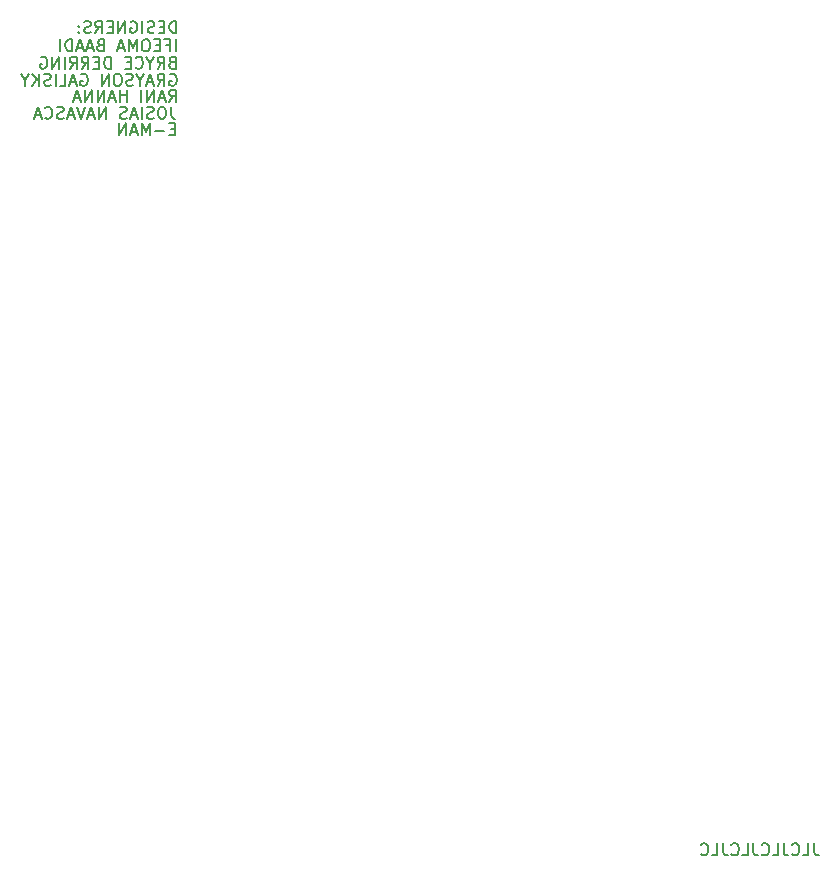
<source format=gbr>
%TF.GenerationSoftware,KiCad,Pcbnew,(5.1.8)-1*%
%TF.CreationDate,2021-01-10T20:37:24-08:00*%
%TF.ProjectId,PJS,504a532e-6b69-4636-9164-5f7063625858,rev?*%
%TF.SameCoordinates,Original*%
%TF.FileFunction,Legend,Bot*%
%TF.FilePolarity,Positive*%
%FSLAX46Y46*%
G04 Gerber Fmt 4.6, Leading zero omitted, Abs format (unit mm)*
G04 Created by KiCad (PCBNEW (5.1.8)-1) date 2021-01-10 20:37:24*
%MOMM*%
%LPD*%
G01*
G04 APERTURE LIST*
%ADD10C,0.150000*%
G04 APERTURE END LIST*
D10*
X135904047Y-160217379D02*
X135904047Y-160931665D01*
X135951666Y-161074522D01*
X136046904Y-161169760D01*
X136189761Y-161217379D01*
X136285000Y-161217379D01*
X134951666Y-161217379D02*
X135427857Y-161217379D01*
X135427857Y-160217379D01*
X134046904Y-161122141D02*
X134094523Y-161169760D01*
X134237380Y-161217379D01*
X134332619Y-161217379D01*
X134475476Y-161169760D01*
X134570714Y-161074522D01*
X134618333Y-160979284D01*
X134665952Y-160788808D01*
X134665952Y-160645951D01*
X134618333Y-160455475D01*
X134570714Y-160360237D01*
X134475476Y-160264999D01*
X134332619Y-160217379D01*
X134237380Y-160217379D01*
X134094523Y-160264999D01*
X134046904Y-160312618D01*
X133332619Y-160217379D02*
X133332619Y-160931665D01*
X133380238Y-161074522D01*
X133475476Y-161169760D01*
X133618333Y-161217379D01*
X133713571Y-161217379D01*
X132380238Y-161217379D02*
X132856428Y-161217379D01*
X132856428Y-160217379D01*
X131475476Y-161122141D02*
X131523095Y-161169760D01*
X131665952Y-161217379D01*
X131761190Y-161217379D01*
X131904047Y-161169760D01*
X131999285Y-161074522D01*
X132046904Y-160979284D01*
X132094523Y-160788808D01*
X132094523Y-160645951D01*
X132046904Y-160455475D01*
X131999285Y-160360237D01*
X131904047Y-160264999D01*
X131761190Y-160217379D01*
X131665952Y-160217379D01*
X131523095Y-160264999D01*
X131475476Y-160312618D01*
X130761190Y-160217379D02*
X130761190Y-160931665D01*
X130808809Y-161074522D01*
X130904047Y-161169760D01*
X131046904Y-161217379D01*
X131142142Y-161217379D01*
X129808809Y-161217379D02*
X130285000Y-161217379D01*
X130285000Y-160217379D01*
X128904047Y-161122141D02*
X128951666Y-161169760D01*
X129094523Y-161217379D01*
X129189761Y-161217379D01*
X129332619Y-161169760D01*
X129427857Y-161074522D01*
X129475476Y-160979284D01*
X129523095Y-160788808D01*
X129523095Y-160645951D01*
X129475476Y-160455475D01*
X129427857Y-160360237D01*
X129332619Y-160264999D01*
X129189761Y-160217379D01*
X129094523Y-160217379D01*
X128951666Y-160264999D01*
X128904047Y-160312618D01*
X128189761Y-160217379D02*
X128189761Y-160931665D01*
X128237380Y-161074522D01*
X128332619Y-161169760D01*
X128475476Y-161217379D01*
X128570714Y-161217379D01*
X127237380Y-161217379D02*
X127713571Y-161217379D01*
X127713571Y-160217379D01*
X126332619Y-161122141D02*
X126380238Y-161169760D01*
X126523095Y-161217379D01*
X126618333Y-161217379D01*
X126761190Y-161169760D01*
X126856428Y-161074522D01*
X126904047Y-160979284D01*
X126951666Y-160788808D01*
X126951666Y-160645951D01*
X126904047Y-160455475D01*
X126856428Y-160360237D01*
X126761190Y-160264999D01*
X126618333Y-160217379D01*
X126523095Y-160217379D01*
X126380238Y-160264999D01*
X126332619Y-160312618D01*
X81802142Y-99723570D02*
X81468809Y-99723570D01*
X81325952Y-100247379D02*
X81802142Y-100247379D01*
X81802142Y-99247379D01*
X81325952Y-99247379D01*
X80897380Y-99866427D02*
X80135476Y-99866427D01*
X79659285Y-100247379D02*
X79659285Y-99247379D01*
X79325952Y-99961665D01*
X78992619Y-99247379D01*
X78992619Y-100247379D01*
X78564047Y-99961665D02*
X78087857Y-99961665D01*
X78659285Y-100247379D02*
X78325952Y-99247379D01*
X77992619Y-100247379D01*
X77659285Y-100247379D02*
X77659285Y-99247379D01*
X77087857Y-100247379D01*
X77087857Y-99247379D01*
X81845952Y-93147379D02*
X81845952Y-92147379D01*
X81036428Y-92623570D02*
X81369761Y-92623570D01*
X81369761Y-93147379D02*
X81369761Y-92147379D01*
X80893571Y-92147379D01*
X80512619Y-92623570D02*
X80179285Y-92623570D01*
X80036428Y-93147379D02*
X80512619Y-93147379D01*
X80512619Y-92147379D01*
X80036428Y-92147379D01*
X79417380Y-92147379D02*
X79226904Y-92147379D01*
X79131666Y-92194999D01*
X79036428Y-92290237D01*
X78988809Y-92480713D01*
X78988809Y-92814046D01*
X79036428Y-93004522D01*
X79131666Y-93099760D01*
X79226904Y-93147379D01*
X79417380Y-93147379D01*
X79512619Y-93099760D01*
X79607857Y-93004522D01*
X79655476Y-92814046D01*
X79655476Y-92480713D01*
X79607857Y-92290237D01*
X79512619Y-92194999D01*
X79417380Y-92147379D01*
X78560238Y-93147379D02*
X78560238Y-92147379D01*
X78226904Y-92861665D01*
X77893571Y-92147379D01*
X77893571Y-93147379D01*
X77465000Y-92861665D02*
X76988809Y-92861665D01*
X77560238Y-93147379D02*
X77226904Y-92147379D01*
X76893571Y-93147379D01*
X75465000Y-92623570D02*
X75322142Y-92671189D01*
X75274523Y-92718808D01*
X75226904Y-92814046D01*
X75226904Y-92956903D01*
X75274523Y-93052141D01*
X75322142Y-93099760D01*
X75417380Y-93147379D01*
X75798333Y-93147379D01*
X75798333Y-92147379D01*
X75465000Y-92147379D01*
X75369761Y-92194999D01*
X75322142Y-92242618D01*
X75274523Y-92337856D01*
X75274523Y-92433094D01*
X75322142Y-92528332D01*
X75369761Y-92575951D01*
X75465000Y-92623570D01*
X75798333Y-92623570D01*
X74845952Y-92861665D02*
X74369761Y-92861665D01*
X74941190Y-93147379D02*
X74607857Y-92147379D01*
X74274523Y-93147379D01*
X73988809Y-92861665D02*
X73512619Y-92861665D01*
X74084047Y-93147379D02*
X73750714Y-92147379D01*
X73417380Y-93147379D01*
X73084047Y-93147379D02*
X73084047Y-92147379D01*
X72845952Y-92147379D01*
X72703095Y-92194999D01*
X72607857Y-92290237D01*
X72560238Y-92385475D01*
X72512619Y-92575951D01*
X72512619Y-92718808D01*
X72560238Y-92909284D01*
X72607857Y-93004522D01*
X72703095Y-93099760D01*
X72845952Y-93147379D01*
X73084047Y-93147379D01*
X72084047Y-93147379D02*
X72084047Y-92147379D01*
X81362142Y-95114999D02*
X81457380Y-95067379D01*
X81600238Y-95067379D01*
X81743095Y-95114999D01*
X81838333Y-95210237D01*
X81885952Y-95305475D01*
X81933571Y-95495951D01*
X81933571Y-95638808D01*
X81885952Y-95829284D01*
X81838333Y-95924522D01*
X81743095Y-96019760D01*
X81600238Y-96067379D01*
X81505000Y-96067379D01*
X81362142Y-96019760D01*
X81314523Y-95972141D01*
X81314523Y-95638808D01*
X81505000Y-95638808D01*
X80314523Y-96067379D02*
X80647857Y-95591189D01*
X80885952Y-96067379D02*
X80885952Y-95067379D01*
X80505000Y-95067379D01*
X80409761Y-95114999D01*
X80362142Y-95162618D01*
X80314523Y-95257856D01*
X80314523Y-95400713D01*
X80362142Y-95495951D01*
X80409761Y-95543570D01*
X80505000Y-95591189D01*
X80885952Y-95591189D01*
X79933571Y-95781665D02*
X79457380Y-95781665D01*
X80028809Y-96067379D02*
X79695476Y-95067379D01*
X79362142Y-96067379D01*
X78838333Y-95591189D02*
X78838333Y-96067379D01*
X79171666Y-95067379D02*
X78838333Y-95591189D01*
X78505000Y-95067379D01*
X78219285Y-96019760D02*
X78076428Y-96067379D01*
X77838333Y-96067379D01*
X77743095Y-96019760D01*
X77695476Y-95972141D01*
X77647857Y-95876903D01*
X77647857Y-95781665D01*
X77695476Y-95686427D01*
X77743095Y-95638808D01*
X77838333Y-95591189D01*
X78028809Y-95543570D01*
X78124047Y-95495951D01*
X78171666Y-95448332D01*
X78219285Y-95353094D01*
X78219285Y-95257856D01*
X78171666Y-95162618D01*
X78124047Y-95114999D01*
X78028809Y-95067379D01*
X77790714Y-95067379D01*
X77647857Y-95114999D01*
X77028809Y-95067379D02*
X76838333Y-95067379D01*
X76743095Y-95114999D01*
X76647857Y-95210237D01*
X76600238Y-95400713D01*
X76600238Y-95734046D01*
X76647857Y-95924522D01*
X76743095Y-96019760D01*
X76838333Y-96067379D01*
X77028809Y-96067379D01*
X77124047Y-96019760D01*
X77219285Y-95924522D01*
X77266904Y-95734046D01*
X77266904Y-95400713D01*
X77219285Y-95210237D01*
X77124047Y-95114999D01*
X77028809Y-95067379D01*
X76171666Y-96067379D02*
X76171666Y-95067379D01*
X75600238Y-96067379D01*
X75600238Y-95067379D01*
X73838333Y-95114999D02*
X73933571Y-95067379D01*
X74076428Y-95067379D01*
X74219285Y-95114999D01*
X74314523Y-95210237D01*
X74362142Y-95305475D01*
X74409761Y-95495951D01*
X74409761Y-95638808D01*
X74362142Y-95829284D01*
X74314523Y-95924522D01*
X74219285Y-96019760D01*
X74076428Y-96067379D01*
X73981190Y-96067379D01*
X73838333Y-96019760D01*
X73790714Y-95972141D01*
X73790714Y-95638808D01*
X73981190Y-95638808D01*
X73409761Y-95781665D02*
X72933571Y-95781665D01*
X73505000Y-96067379D02*
X73171666Y-95067379D01*
X72838333Y-96067379D01*
X72028809Y-96067379D02*
X72505000Y-96067379D01*
X72505000Y-95067379D01*
X71695476Y-96067379D02*
X71695476Y-95067379D01*
X71266904Y-96019760D02*
X71124047Y-96067379D01*
X70885952Y-96067379D01*
X70790714Y-96019760D01*
X70743095Y-95972141D01*
X70695476Y-95876903D01*
X70695476Y-95781665D01*
X70743095Y-95686427D01*
X70790714Y-95638808D01*
X70885952Y-95591189D01*
X71076428Y-95543570D01*
X71171666Y-95495951D01*
X71219285Y-95448332D01*
X71266904Y-95353094D01*
X71266904Y-95257856D01*
X71219285Y-95162618D01*
X71171666Y-95114999D01*
X71076428Y-95067379D01*
X70838333Y-95067379D01*
X70695476Y-95114999D01*
X70266904Y-96067379D02*
X70266904Y-95067379D01*
X69695476Y-96067379D02*
X70124047Y-95495951D01*
X69695476Y-95067379D02*
X70266904Y-95638808D01*
X69076428Y-95591189D02*
X69076428Y-96067379D01*
X69409761Y-95067379D02*
X69076428Y-95591189D01*
X68743095Y-95067379D01*
X81285476Y-97407379D02*
X81618809Y-96931189D01*
X81856904Y-97407379D02*
X81856904Y-96407379D01*
X81475952Y-96407379D01*
X81380714Y-96454999D01*
X81333095Y-96502618D01*
X81285476Y-96597856D01*
X81285476Y-96740713D01*
X81333095Y-96835951D01*
X81380714Y-96883570D01*
X81475952Y-96931189D01*
X81856904Y-96931189D01*
X80904523Y-97121665D02*
X80428333Y-97121665D01*
X80999761Y-97407379D02*
X80666428Y-96407379D01*
X80333095Y-97407379D01*
X79999761Y-97407379D02*
X79999761Y-96407379D01*
X79428333Y-97407379D01*
X79428333Y-96407379D01*
X78952142Y-97407379D02*
X78952142Y-96407379D01*
X77714047Y-97407379D02*
X77714047Y-96407379D01*
X77714047Y-96883570D02*
X77142619Y-96883570D01*
X77142619Y-97407379D02*
X77142619Y-96407379D01*
X76714047Y-97121665D02*
X76237857Y-97121665D01*
X76809285Y-97407379D02*
X76475952Y-96407379D01*
X76142619Y-97407379D01*
X75809285Y-97407379D02*
X75809285Y-96407379D01*
X75237857Y-97407379D01*
X75237857Y-96407379D01*
X74761666Y-97407379D02*
X74761666Y-96407379D01*
X74190238Y-97407379D01*
X74190238Y-96407379D01*
X73761666Y-97121665D02*
X73285476Y-97121665D01*
X73856904Y-97407379D02*
X73523571Y-96407379D01*
X73190238Y-97407379D01*
X81549761Y-94093570D02*
X81406904Y-94141189D01*
X81359285Y-94188808D01*
X81311666Y-94284046D01*
X81311666Y-94426903D01*
X81359285Y-94522141D01*
X81406904Y-94569760D01*
X81502142Y-94617379D01*
X81883095Y-94617379D01*
X81883095Y-93617379D01*
X81549761Y-93617379D01*
X81454523Y-93664999D01*
X81406904Y-93712618D01*
X81359285Y-93807856D01*
X81359285Y-93903094D01*
X81406904Y-93998332D01*
X81454523Y-94045951D01*
X81549761Y-94093570D01*
X81883095Y-94093570D01*
X80311666Y-94617379D02*
X80645000Y-94141189D01*
X80883095Y-94617379D02*
X80883095Y-93617379D01*
X80502142Y-93617379D01*
X80406904Y-93664999D01*
X80359285Y-93712618D01*
X80311666Y-93807856D01*
X80311666Y-93950713D01*
X80359285Y-94045951D01*
X80406904Y-94093570D01*
X80502142Y-94141189D01*
X80883095Y-94141189D01*
X79692619Y-94141189D02*
X79692619Y-94617379D01*
X80025952Y-93617379D02*
X79692619Y-94141189D01*
X79359285Y-93617379D01*
X78454523Y-94522141D02*
X78502142Y-94569760D01*
X78645000Y-94617379D01*
X78740238Y-94617379D01*
X78883095Y-94569760D01*
X78978333Y-94474522D01*
X79025952Y-94379284D01*
X79073571Y-94188808D01*
X79073571Y-94045951D01*
X79025952Y-93855475D01*
X78978333Y-93760237D01*
X78883095Y-93664999D01*
X78740238Y-93617379D01*
X78645000Y-93617379D01*
X78502142Y-93664999D01*
X78454523Y-93712618D01*
X78025952Y-94093570D02*
X77692619Y-94093570D01*
X77549761Y-94617379D02*
X78025952Y-94617379D01*
X78025952Y-93617379D01*
X77549761Y-93617379D01*
X76359285Y-94617379D02*
X76359285Y-93617379D01*
X76121190Y-93617379D01*
X75978333Y-93664999D01*
X75883095Y-93760237D01*
X75835476Y-93855475D01*
X75787857Y-94045951D01*
X75787857Y-94188808D01*
X75835476Y-94379284D01*
X75883095Y-94474522D01*
X75978333Y-94569760D01*
X76121190Y-94617379D01*
X76359285Y-94617379D01*
X75359285Y-94093570D02*
X75025952Y-94093570D01*
X74883095Y-94617379D02*
X75359285Y-94617379D01*
X75359285Y-93617379D01*
X74883095Y-93617379D01*
X73883095Y-94617379D02*
X74216428Y-94141189D01*
X74454523Y-94617379D02*
X74454523Y-93617379D01*
X74073571Y-93617379D01*
X73978333Y-93664999D01*
X73930714Y-93712618D01*
X73883095Y-93807856D01*
X73883095Y-93950713D01*
X73930714Y-94045951D01*
X73978333Y-94093570D01*
X74073571Y-94141189D01*
X74454523Y-94141189D01*
X72883095Y-94617379D02*
X73216428Y-94141189D01*
X73454523Y-94617379D02*
X73454523Y-93617379D01*
X73073571Y-93617379D01*
X72978333Y-93664999D01*
X72930714Y-93712618D01*
X72883095Y-93807856D01*
X72883095Y-93950713D01*
X72930714Y-94045951D01*
X72978333Y-94093570D01*
X73073571Y-94141189D01*
X73454523Y-94141189D01*
X72454523Y-94617379D02*
X72454523Y-93617379D01*
X71978333Y-94617379D02*
X71978333Y-93617379D01*
X71406904Y-94617379D01*
X71406904Y-93617379D01*
X70406904Y-93664999D02*
X70502142Y-93617379D01*
X70645000Y-93617379D01*
X70787857Y-93664999D01*
X70883095Y-93760237D01*
X70930714Y-93855475D01*
X70978333Y-94045951D01*
X70978333Y-94188808D01*
X70930714Y-94379284D01*
X70883095Y-94474522D01*
X70787857Y-94569760D01*
X70645000Y-94617379D01*
X70549761Y-94617379D01*
X70406904Y-94569760D01*
X70359285Y-94522141D01*
X70359285Y-94188808D01*
X70549761Y-94188808D01*
X81450238Y-97857379D02*
X81450238Y-98571665D01*
X81497857Y-98714522D01*
X81593095Y-98809760D01*
X81735952Y-98857379D01*
X81831190Y-98857379D01*
X80783571Y-97857379D02*
X80593095Y-97857379D01*
X80497857Y-97904999D01*
X80402619Y-98000237D01*
X80355000Y-98190713D01*
X80355000Y-98524046D01*
X80402619Y-98714522D01*
X80497857Y-98809760D01*
X80593095Y-98857379D01*
X80783571Y-98857379D01*
X80878809Y-98809760D01*
X80974047Y-98714522D01*
X81021666Y-98524046D01*
X81021666Y-98190713D01*
X80974047Y-98000237D01*
X80878809Y-97904999D01*
X80783571Y-97857379D01*
X79974047Y-98809760D02*
X79831190Y-98857379D01*
X79593095Y-98857379D01*
X79497857Y-98809760D01*
X79450238Y-98762141D01*
X79402619Y-98666903D01*
X79402619Y-98571665D01*
X79450238Y-98476427D01*
X79497857Y-98428808D01*
X79593095Y-98381189D01*
X79783571Y-98333570D01*
X79878809Y-98285951D01*
X79926428Y-98238332D01*
X79974047Y-98143094D01*
X79974047Y-98047856D01*
X79926428Y-97952618D01*
X79878809Y-97904999D01*
X79783571Y-97857379D01*
X79545476Y-97857379D01*
X79402619Y-97904999D01*
X78974047Y-98857379D02*
X78974047Y-97857379D01*
X78545476Y-98571665D02*
X78069285Y-98571665D01*
X78640714Y-98857379D02*
X78307380Y-97857379D01*
X77974047Y-98857379D01*
X77688333Y-98809760D02*
X77545476Y-98857379D01*
X77307380Y-98857379D01*
X77212142Y-98809760D01*
X77164523Y-98762141D01*
X77116904Y-98666903D01*
X77116904Y-98571665D01*
X77164523Y-98476427D01*
X77212142Y-98428808D01*
X77307380Y-98381189D01*
X77497857Y-98333570D01*
X77593095Y-98285951D01*
X77640714Y-98238332D01*
X77688333Y-98143094D01*
X77688333Y-98047856D01*
X77640714Y-97952618D01*
X77593095Y-97904999D01*
X77497857Y-97857379D01*
X77259761Y-97857379D01*
X77116904Y-97904999D01*
X75926428Y-98857379D02*
X75926428Y-97857379D01*
X75355000Y-98857379D01*
X75355000Y-97857379D01*
X74926428Y-98571665D02*
X74450238Y-98571665D01*
X75021666Y-98857379D02*
X74688333Y-97857379D01*
X74355000Y-98857379D01*
X74164523Y-97857379D02*
X73831190Y-98857379D01*
X73497857Y-97857379D01*
X73212142Y-98571665D02*
X72735952Y-98571665D01*
X73307380Y-98857379D02*
X72974047Y-97857379D01*
X72640714Y-98857379D01*
X72355000Y-98809760D02*
X72212142Y-98857379D01*
X71974047Y-98857379D01*
X71878809Y-98809760D01*
X71831190Y-98762141D01*
X71783571Y-98666903D01*
X71783571Y-98571665D01*
X71831190Y-98476427D01*
X71878809Y-98428808D01*
X71974047Y-98381189D01*
X72164523Y-98333570D01*
X72259761Y-98285951D01*
X72307380Y-98238332D01*
X72355000Y-98143094D01*
X72355000Y-98047856D01*
X72307380Y-97952618D01*
X72259761Y-97904999D01*
X72164523Y-97857379D01*
X71926428Y-97857379D01*
X71783571Y-97904999D01*
X70783571Y-98762141D02*
X70831190Y-98809760D01*
X70974047Y-98857379D01*
X71069285Y-98857379D01*
X71212142Y-98809760D01*
X71307380Y-98714522D01*
X71355000Y-98619284D01*
X71402619Y-98428808D01*
X71402619Y-98285951D01*
X71355000Y-98095475D01*
X71307380Y-98000237D01*
X71212142Y-97904999D01*
X71069285Y-97857379D01*
X70974047Y-97857379D01*
X70831190Y-97904999D01*
X70783571Y-97952618D01*
X70402619Y-98571665D02*
X69926428Y-98571665D01*
X70497857Y-98857379D02*
X70164523Y-97857379D01*
X69831190Y-98857379D01*
X81894047Y-91607379D02*
X81894047Y-90607379D01*
X81655952Y-90607379D01*
X81513095Y-90654999D01*
X81417857Y-90750237D01*
X81370238Y-90845475D01*
X81322619Y-91035951D01*
X81322619Y-91178808D01*
X81370238Y-91369284D01*
X81417857Y-91464522D01*
X81513095Y-91559760D01*
X81655952Y-91607379D01*
X81894047Y-91607379D01*
X80894047Y-91083570D02*
X80560714Y-91083570D01*
X80417857Y-91607379D02*
X80894047Y-91607379D01*
X80894047Y-90607379D01*
X80417857Y-90607379D01*
X80036904Y-91559760D02*
X79894047Y-91607379D01*
X79655952Y-91607379D01*
X79560714Y-91559760D01*
X79513095Y-91512141D01*
X79465476Y-91416903D01*
X79465476Y-91321665D01*
X79513095Y-91226427D01*
X79560714Y-91178808D01*
X79655952Y-91131189D01*
X79846428Y-91083570D01*
X79941666Y-91035951D01*
X79989285Y-90988332D01*
X80036904Y-90893094D01*
X80036904Y-90797856D01*
X79989285Y-90702618D01*
X79941666Y-90654999D01*
X79846428Y-90607379D01*
X79608333Y-90607379D01*
X79465476Y-90654999D01*
X79036904Y-91607379D02*
X79036904Y-90607379D01*
X78036904Y-90654999D02*
X78132142Y-90607379D01*
X78275000Y-90607379D01*
X78417857Y-90654999D01*
X78513095Y-90750237D01*
X78560714Y-90845475D01*
X78608333Y-91035951D01*
X78608333Y-91178808D01*
X78560714Y-91369284D01*
X78513095Y-91464522D01*
X78417857Y-91559760D01*
X78275000Y-91607379D01*
X78179761Y-91607379D01*
X78036904Y-91559760D01*
X77989285Y-91512141D01*
X77989285Y-91178808D01*
X78179761Y-91178808D01*
X77560714Y-91607379D02*
X77560714Y-90607379D01*
X76989285Y-91607379D01*
X76989285Y-90607379D01*
X76513095Y-91083570D02*
X76179761Y-91083570D01*
X76036904Y-91607379D02*
X76513095Y-91607379D01*
X76513095Y-90607379D01*
X76036904Y-90607379D01*
X75036904Y-91607379D02*
X75370238Y-91131189D01*
X75608333Y-91607379D02*
X75608333Y-90607379D01*
X75227380Y-90607379D01*
X75132142Y-90654999D01*
X75084523Y-90702618D01*
X75036904Y-90797856D01*
X75036904Y-90940713D01*
X75084523Y-91035951D01*
X75132142Y-91083570D01*
X75227380Y-91131189D01*
X75608333Y-91131189D01*
X74655952Y-91559760D02*
X74513095Y-91607379D01*
X74275000Y-91607379D01*
X74179761Y-91559760D01*
X74132142Y-91512141D01*
X74084523Y-91416903D01*
X74084523Y-91321665D01*
X74132142Y-91226427D01*
X74179761Y-91178808D01*
X74275000Y-91131189D01*
X74465476Y-91083570D01*
X74560714Y-91035951D01*
X74608333Y-90988332D01*
X74655952Y-90893094D01*
X74655952Y-90797856D01*
X74608333Y-90702618D01*
X74560714Y-90654999D01*
X74465476Y-90607379D01*
X74227380Y-90607379D01*
X74084523Y-90654999D01*
X73655952Y-91512141D02*
X73608333Y-91559760D01*
X73655952Y-91607379D01*
X73703571Y-91559760D01*
X73655952Y-91512141D01*
X73655952Y-91607379D01*
X73655952Y-90988332D02*
X73608333Y-91035951D01*
X73655952Y-91083570D01*
X73703571Y-91035951D01*
X73655952Y-90988332D01*
X73655952Y-91083570D01*
M02*

</source>
